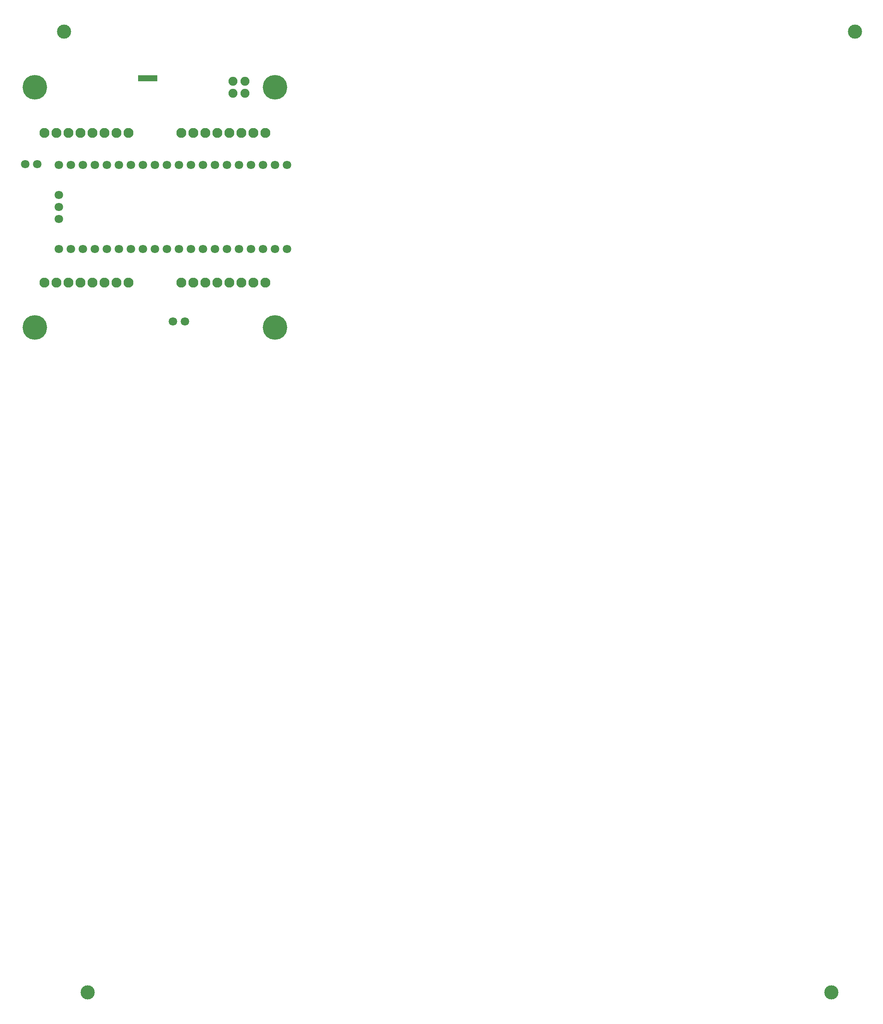
<source format=gbs>
G04 Layer: BottomSolderMaskLayer*
G04 EasyEDA v6.5.29, 2023-07-09 12:24:00*
G04 97f15dd9b7304d05b9f7bb3fd5aabb56,5a6b42c53f6a479593ecc07194224c93,10*
G04 Gerber Generator version 0.2*
G04 Scale: 100 percent, Rotated: No, Reflected: No *
G04 Dimensions in millimeters *
G04 leading zeros omitted , absolute positions ,4 integer and 5 decimal *
%FSLAX45Y45*%
%MOMM*%

%ADD10C,5.2032*%
%ADD11C,2.1016*%
%ADD12C,1.8016*%
%ADD13C,1.9016*%
%ADD14C,3.0000*%

%LPD*%
D10*
G01*
X381000Y5461000D03*
G01*
X5461000Y5461000D03*
G01*
X5461000Y381000D03*
G01*
X381000Y381000D03*
D11*
G01*
X2362200Y4495800D03*
G01*
X2108200Y4495800D03*
G01*
X1854200Y4495800D03*
G01*
X1600200Y4495800D03*
G01*
X1346200Y4495800D03*
G01*
X1092200Y4495800D03*
G01*
X838200Y4495800D03*
G01*
X584200Y4495800D03*
D12*
G01*
X889000Y2679700D03*
G01*
X889000Y3187700D03*
G01*
X889000Y2933700D03*
G01*
X889000Y2044700D03*
G01*
X1143000Y2044700D03*
G01*
X1397000Y2044700D03*
G01*
X1651000Y2044700D03*
G01*
X1905000Y2044700D03*
G01*
X2159000Y2044700D03*
G01*
X2413000Y2044700D03*
G01*
X2667000Y2044700D03*
G01*
X2921000Y2044700D03*
G01*
X3175000Y2044700D03*
G01*
X3429000Y2044700D03*
G01*
X3683000Y2044700D03*
G01*
X3937000Y2044700D03*
G01*
X4191000Y2044700D03*
G01*
X4445000Y2044700D03*
G01*
X4699000Y2044700D03*
G01*
X4953000Y2044700D03*
G01*
X5207000Y2044700D03*
G01*
X5461000Y2044700D03*
G01*
X889000Y3822700D03*
G01*
X1143000Y3822700D03*
G01*
X1397000Y3822700D03*
G01*
X1651000Y3822700D03*
G01*
X1905000Y3822700D03*
G01*
X2159000Y3822700D03*
G01*
X2413000Y3822700D03*
G01*
X2667000Y3822700D03*
G01*
X2921000Y3822700D03*
G01*
X3175000Y3822700D03*
G01*
X3429000Y3822700D03*
G01*
X3683000Y3822700D03*
G01*
X3937000Y3822700D03*
G01*
X4191000Y3822700D03*
G01*
X4445000Y3822700D03*
G01*
X4699000Y3822700D03*
G01*
X4953000Y3822700D03*
G01*
X5207000Y3822700D03*
G01*
X5461000Y3822700D03*
G01*
X5715000Y2044700D03*
G01*
X5715000Y3822700D03*
D11*
G01*
X3479800Y4495800D03*
G01*
X3733800Y4495800D03*
G01*
X3987800Y4495800D03*
G01*
X4241800Y4495800D03*
G01*
X4495800Y4495800D03*
G01*
X4749800Y4495800D03*
G01*
X5003800Y4495800D03*
G01*
X5257800Y4495800D03*
G01*
X2359406Y1329893D03*
G01*
X2105406Y1329893D03*
G01*
X1851405Y1329893D03*
G01*
X1597405Y1329893D03*
G01*
X1343405Y1329893D03*
G01*
X1089405Y1329893D03*
G01*
X835405Y1329893D03*
G01*
X581405Y1329893D03*
G01*
X5255006Y1329893D03*
G01*
X5001006Y1329893D03*
G01*
X4747006Y1329893D03*
G01*
X4493006Y1329893D03*
G01*
X4239006Y1329893D03*
G01*
X3985006Y1329893D03*
G01*
X3731006Y1329893D03*
G01*
X3477006Y1329893D03*
D13*
G01*
X4826000Y5588000D03*
G01*
X4826000Y5334000D03*
G01*
X4572000Y5334000D03*
G01*
X4572000Y5588000D03*
D12*
G01*
X3302000Y508000D03*
G01*
X3556000Y508000D03*
G01*
X431800Y3835400D03*
G01*
X177800Y3835400D03*
D14*
G01*
X999997Y6641998D03*
G01*
X17725999Y6641998D03*
G01*
X1499996Y-13683995D03*
G01*
X17226000Y-13683995D03*
G36*
X2565400Y5715000D02*
G01*
X2971800Y5715000D01*
X2971800Y5588000D01*
X2565400Y5588000D01*
G37*
M02*

</source>
